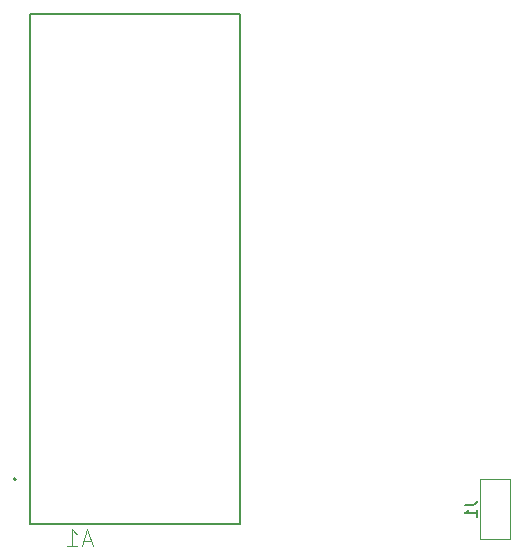
<source format=gbo>
G04 #@! TF.GenerationSoftware,KiCad,Pcbnew,(5.1.5)-3*
G04 #@! TF.CreationDate,2020-05-07T09:23:51-07:00*
G04 #@! TF.ProjectId,Pcb,5063622e-6b69-4636-9164-5f7063625858,rev?*
G04 #@! TF.SameCoordinates,Original*
G04 #@! TF.FileFunction,Legend,Bot*
G04 #@! TF.FilePolarity,Positive*
%FSLAX46Y46*%
G04 Gerber Fmt 4.6, Leading zero omitted, Abs format (unit mm)*
G04 Created by KiCad (PCBNEW (5.1.5)-3) date 2020-05-07 09:23:51*
%MOMM*%
%LPD*%
G04 APERTURE LIST*
%ADD10C,0.120000*%
%ADD11C,0.200000*%
%ADD12C,0.127000*%
%ADD13C,0.150000*%
%ADD14C,0.015000*%
G04 APERTURE END LIST*
D10*
X121920000Y-74930000D02*
X119380000Y-74930000D01*
X119380000Y-74930000D02*
X119380000Y-80010000D01*
X119380000Y-80010000D02*
X121920000Y-80010000D01*
X121920000Y-80010000D02*
X121920000Y-74930000D01*
D11*
X80070000Y-74950000D02*
G75*
G03X80070000Y-74950000I-100000J0D01*
G01*
D12*
X81280000Y-78740000D02*
X99060000Y-78740000D01*
X99060000Y-78740000D02*
X99060000Y-35560000D01*
X99060000Y-35560000D02*
X81280000Y-35560000D01*
X81280000Y-35560000D02*
X81280000Y-78740000D01*
D13*
X118062380Y-77136666D02*
X118776666Y-77136666D01*
X118919523Y-77089047D01*
X119014761Y-76993809D01*
X119062380Y-76850952D01*
X119062380Y-76755714D01*
X119062380Y-78136666D02*
X119062380Y-77565238D01*
X119062380Y-77850952D02*
X118062380Y-77850952D01*
X118205238Y-77755714D01*
X118300476Y-77660476D01*
X118348095Y-77565238D01*
D14*
X86415000Y-80172333D02*
X85748333Y-80172333D01*
X86548333Y-80572333D02*
X86081666Y-79172333D01*
X85615000Y-80572333D01*
X84415000Y-80572333D02*
X85215000Y-80572333D01*
X84815000Y-80572333D02*
X84815000Y-79172333D01*
X84948333Y-79372333D01*
X85081666Y-79505666D01*
X85215000Y-79572333D01*
M02*

</source>
